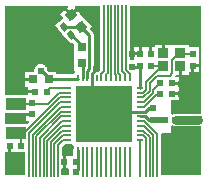
<source format=gtl>
G04 Layer_Physical_Order=1*
G04 Layer_Color=255*
%FSLAX24Y24*%
%MOIN*%
G70*
G01*
G75*
G04:AMPARAMS|DCode=10|XSize=31.5mil|YSize=29.5mil|CornerRadius=0mil|HoleSize=0mil|Usage=FLASHONLY|Rotation=40.000|XOffset=0mil|YOffset=0mil|HoleType=Round|Shape=Rectangle|*
%AMROTATEDRECTD10*
4,1,4,-0.0026,-0.0214,-0.0216,0.0012,0.0026,0.0214,0.0216,-0.0012,-0.0026,-0.0214,0.0*
%
%ADD10ROTATEDRECTD10*%

G04:AMPARAMS|DCode=11|XSize=19.7mil|YSize=25.6mil|CornerRadius=0mil|HoleSize=0mil|Usage=FLASHONLY|Rotation=40.000|XOffset=0mil|YOffset=0mil|HoleType=Round|Shape=Rectangle|*
%AMROTATEDRECTD11*
4,1,4,0.0007,-0.0161,-0.0158,0.0035,-0.0007,0.0161,0.0158,-0.0035,0.0007,-0.0161,0.0*
%
%ADD11ROTATEDRECTD11*%

%ADD12R,0.0315X0.0295*%
%ADD13R,0.0300X0.0300*%
%ADD14R,0.0197X0.0236*%
%ADD15R,0.0236X0.0197*%
%ADD16R,0.0709X0.0394*%
%ADD17R,0.0295X0.0315*%
%ADD18R,0.1850X0.1850*%
%ADD19O,0.0079X0.0256*%
%ADD20O,0.0256X0.0079*%
%ADD21R,0.0256X0.0197*%
%ADD22R,0.0374X0.0335*%
%ADD23C,0.0090*%
%ADD24C,0.0110*%
%ADD25C,0.0200*%
%ADD26C,0.0060*%
%ADD27C,0.0080*%
%ADD28C,0.0150*%
%ADD29C,0.0100*%
%ADD30C,0.0300*%
%ADD31C,0.0240*%
%ADD32C,0.0260*%
G36*
X-1025Y-1025D02*
X-1003Y-1075D01*
X-1004Y-1080D01*
X-1006Y-1102D01*
Y-1152D01*
X-1010Y-1168D01*
X-1012Y-1191D01*
Y-1412D01*
X-1267D01*
Y-1610D01*
Y-1808D01*
X-1181D01*
X-1164Y-1825D01*
X-1148Y-1858D01*
X-1153Y-1873D01*
X-1159Y-1901D01*
X-1160Y-1930D01*
X-1159Y-1959D01*
X-1153Y-1987D01*
X-1149Y-2000D01*
X-1167Y-2036D01*
X-1182Y-2050D01*
X-1398D01*
Y-1808D01*
X-1367D01*
Y-1610D01*
Y-1412D01*
X-1398D01*
Y-1096D01*
X-1305Y-1003D01*
X-1301Y-1004D01*
X-1280Y-1006D01*
X-1102D01*
X-1080Y-1004D01*
X-1075Y-1003D01*
X-1025Y-1025D01*
D02*
G37*
G36*
X-2578Y33D02*
X-2380D01*
Y-67D01*
X-2578D01*
Y-235D01*
X-2501D01*
X-2482Y-281D01*
X-2546Y-345D01*
X-3280D01*
Y45D01*
X-2578D01*
Y33D01*
D02*
G37*
G36*
X-3087Y-1258D02*
X-2620D01*
Y-2050D01*
X-3280D01*
Y-1258D01*
X-3187D01*
Y-1060D01*
X-3087D01*
Y-1258D01*
D02*
G37*
G36*
X2323Y-383D02*
X2348Y-391D01*
X2374Y-396D01*
X2400Y-398D01*
X3137D01*
X3144Y-397D01*
X3249D01*
Y-2050D01*
X1900D01*
Y-663D01*
X1944Y-630D01*
X2250D01*
Y-448D01*
X2251Y-398D01*
X2300Y-371D01*
X2323Y-383D01*
D02*
G37*
G36*
X-120Y1474D02*
X-171Y1424D01*
X-184Y1409D01*
X-193Y1412D01*
X-214Y1418D01*
X-236Y1419D01*
X-258Y1418D01*
X-279Y1412D01*
X-300Y1404D01*
X-308Y1399D01*
X-337Y1414D01*
X-346Y1427D01*
X-339Y1450D01*
X-334Y1472D01*
X-332Y1495D01*
Y2627D01*
X-334Y2650D01*
X-339Y2672D01*
X-348Y2693D01*
X-360Y2713D01*
X-375Y2730D01*
X-445Y2800D01*
X-443Y2850D01*
X-402Y2884D01*
X-712Y3253D01*
X-721Y3264D01*
X-744Y3291D01*
X-776Y3330D01*
X-871Y3443D01*
X-1068Y3277D01*
X-1101Y3316D01*
X-1139Y3283D01*
X-1298Y3473D01*
X-1457Y3340D01*
X-1338Y3198D01*
X-1618Y2962D01*
X-1378Y2676D01*
X-1085Y2327D01*
X-1037Y2367D01*
X-997Y2327D01*
Y1970D01*
X-997D01*
Y1934D01*
X-997D01*
Y1439D01*
X-969D01*
X-954Y1405D01*
X-953Y1389D01*
X-965Y1378D01*
X-979Y1362D01*
X-991Y1343D01*
X-998Y1327D01*
X-1587D01*
Y1407D01*
X-1820D01*
X-1879Y1467D01*
X-1880Y1476D01*
X-1885Y1505D01*
X-1895Y1532D01*
X-1908Y1558D01*
X-1924Y1582D01*
X-1943Y1604D01*
X-1964Y1623D01*
X-1988Y1639D01*
X-2014Y1651D01*
X-2041Y1661D01*
X-2070Y1666D01*
X-2098Y1668D01*
X-2127Y1666D01*
X-2155Y1661D01*
X-2183Y1651D01*
X-2209Y1639D01*
X-2233Y1623D01*
X-2254Y1604D01*
X-2273Y1582D01*
X-2289Y1558D01*
X-2302Y1532D01*
X-2311Y1505D01*
X-2317Y1476D01*
X-2319Y1448D01*
X-2363Y1407D01*
X-2613D01*
Y1200D01*
X-2366D01*
Y1100D01*
X-2613D01*
Y893D01*
X-2515D01*
Y790D01*
X-2297D01*
Y690D01*
X-2515D01*
Y639D01*
X-3280D01*
Y3610D01*
X-1208D01*
X-1191Y3563D01*
X-1221Y3537D01*
X-1094Y3386D01*
X-935Y3519D01*
X-973Y3564D01*
X-952Y3610D01*
X-120D01*
Y1474D01*
D02*
G37*
G36*
X3249Y3D02*
X3144D01*
X3137Y3D01*
X2400D01*
X2374Y1D01*
X2348Y-4D01*
X2323Y-12D01*
X2300Y-24D01*
X2258Y-5D01*
X2250Y3D01*
Y482D01*
X2495D01*
Y630D01*
X2277D01*
Y730D01*
X2495D01*
Y832D01*
X2495D01*
Y980D01*
X2277D01*
Y1080D01*
X2495D01*
Y1228D01*
X2403D01*
X2384Y1260D01*
X2380Y1273D01*
X2408Y1316D01*
X2505D01*
Y1584D01*
X2605D01*
Y1316D01*
X2842D01*
Y1395D01*
X2920D01*
Y1613D01*
X2970D01*
Y1663D01*
X3168D01*
Y1789D01*
Y2225D01*
X2842D01*
Y2304D01*
X2035D01*
Y2036D01*
X1935D01*
Y2304D01*
X1698D01*
Y2225D01*
X1620D01*
Y2007D01*
X1520D01*
Y2225D01*
X1270D01*
Y2007D01*
X1220D01*
Y1957D01*
X1022D01*
Y1837D01*
X1017Y1829D01*
X972Y1798D01*
X969Y1799D01*
X940Y1800D01*
X911Y1799D01*
X910Y1798D01*
X860Y1833D01*
Y3610D01*
X3249D01*
Y3D01*
D02*
G37*
%LPC*%
G36*
X1170Y2225D02*
X1022D01*
Y2057D01*
X1170D01*
Y2225D01*
D02*
G37*
G36*
X3168Y1563D02*
X3020D01*
Y1395D01*
X3168D01*
Y1563D01*
D02*
G37*
%LPD*%
D10*
X-759Y2908D02*
D03*
X-1101Y3316D02*
D03*
D11*
X-1320Y2915D02*
D03*
X-1080Y2629D02*
D03*
D12*
X-740Y1686D02*
D03*
Y2218D02*
D03*
D13*
X3137Y-197D02*
D03*
D14*
X-2380Y377D02*
D03*
Y-17D02*
D03*
X1220Y1613D02*
D03*
Y2007D02*
D03*
X1650Y197D02*
D03*
Y-197D02*
D03*
X1570Y1613D02*
D03*
Y2007D02*
D03*
X2970Y2007D02*
D03*
Y1613D02*
D03*
D15*
X-2743Y-1060D02*
D03*
X-3137D02*
D03*
X1883Y1030D02*
D03*
X2277D02*
D03*
X2277Y680D02*
D03*
X1883D02*
D03*
X-923Y-1610D02*
D03*
X-1317D02*
D03*
X-1903Y740D02*
D03*
X-2297D02*
D03*
D16*
X-2940Y-642D02*
D03*
Y342D02*
D03*
D17*
X-2366Y1150D02*
D03*
X-1834D02*
D03*
D18*
X0Y0D02*
D03*
D19*
X-866Y1191D02*
D03*
X-709D02*
D03*
X-551D02*
D03*
X-394D02*
D03*
X-236D02*
D03*
X-79D02*
D03*
X79D02*
D03*
X236D02*
D03*
X394D02*
D03*
X551D02*
D03*
X709D02*
D03*
X866D02*
D03*
Y-1191D02*
D03*
X709D02*
D03*
X551D02*
D03*
X394D02*
D03*
X236D02*
D03*
X79D02*
D03*
X-79D02*
D03*
X-236D02*
D03*
X-394D02*
D03*
X-551D02*
D03*
X-709D02*
D03*
X-866D02*
D03*
D20*
X1191Y866D02*
D03*
Y709D02*
D03*
Y551D02*
D03*
Y394D02*
D03*
Y236D02*
D03*
Y79D02*
D03*
Y-79D02*
D03*
Y-236D02*
D03*
Y-394D02*
D03*
Y-551D02*
D03*
Y-709D02*
D03*
Y-866D02*
D03*
X-1191D02*
D03*
Y-709D02*
D03*
Y-551D02*
D03*
Y-394D02*
D03*
Y-236D02*
D03*
Y-79D02*
D03*
Y79D02*
D03*
Y236D02*
D03*
Y394D02*
D03*
Y551D02*
D03*
Y709D02*
D03*
Y866D02*
D03*
D21*
X2397Y-200D02*
D03*
X2023D02*
D03*
D22*
X2555Y1584D02*
D03*
Y2036D02*
D03*
X1985D02*
D03*
Y1584D02*
D03*
D23*
X-320Y1420D02*
Y1590D01*
X-394Y1346D02*
X-320Y1420D01*
X-394Y1191D02*
Y1346D01*
X-1320Y2915D02*
X-766D01*
X-709Y1203D02*
Y1655D01*
X-551Y1203D02*
Y1421D01*
X-759Y2908D02*
X-478Y2627D01*
Y1495D02*
Y2627D01*
X-551Y1421D02*
X-478Y1495D01*
X243Y80D02*
X1378D01*
X1491Y193D02*
X1653D01*
X1378Y80D02*
X1491Y193D01*
X1500Y-201D02*
X1653D01*
X1378Y-79D02*
X1500Y-201D01*
X1191Y-79D02*
X1378D01*
X-1833Y1215D02*
X-1799Y1181D01*
X-2066Y1448D02*
X-1833Y1215D01*
X-1799Y1181D02*
X-870D01*
X-2098Y1448D02*
X-2066D01*
X-866Y-1856D02*
Y-1191D01*
X-940Y-1930D02*
X-866Y-1856D01*
X-394Y866D02*
Y1191D01*
D24*
X-740Y2218D02*
Y2289D01*
X-1080Y2629D02*
X-740Y2289D01*
D25*
X1650Y-199D02*
X2003D01*
D26*
X-1844Y342D02*
X-1477Y709D01*
X-2940Y342D02*
X-1844D01*
X-2940Y-642D02*
X-2743Y-839D01*
Y-1060D02*
Y-839D01*
X-2940Y-642D02*
X-2658D01*
X-1649Y-2058D02*
Y-992D01*
X-1889Y-2058D02*
Y-893D01*
X-1769Y-2058D02*
Y-943D01*
X-2250Y-2058D02*
Y-744D01*
X-2009Y-2058D02*
Y-843D01*
X-2129Y-2058D02*
Y-794D01*
X-2370Y-2058D02*
Y-694D01*
X-2490Y-2058D02*
Y-644D01*
X-1529Y-2058D02*
Y-1042D01*
X-1353Y-866D01*
X-1191D01*
X-551Y-2060D02*
Y-1191D01*
X-79Y-2060D02*
Y-1191D01*
X79Y-2060D02*
Y-1191D01*
X236Y-2060D02*
Y-1191D01*
X394Y-2060D02*
Y-1191D01*
X551Y-2060D02*
Y-1191D01*
X709Y-2060D02*
Y-1191D01*
X1550Y1613D02*
X1927D01*
X2005Y1534D01*
X866Y1191D02*
Y1336D01*
X730Y1472D02*
Y3620D01*
Y1472D02*
X866Y1336D01*
X709Y1191D02*
Y1324D01*
X610Y1423D02*
Y3620D01*
Y1423D02*
X709Y1324D01*
X551Y1191D02*
Y1312D01*
X490Y1373D02*
Y3620D01*
Y1373D02*
X551Y1312D01*
X394Y1191D02*
Y1299D01*
X370Y1323D02*
Y3620D01*
Y1323D02*
X394Y1299D01*
X236Y1307D02*
X250Y1321D01*
X236Y1191D02*
Y1307D01*
X250Y1321D02*
Y3620D01*
X130Y1371D02*
Y3620D01*
X79Y1319D02*
X130Y1371D01*
X79Y1191D02*
Y1319D01*
X10Y1420D02*
Y3620D01*
X-79Y1332D02*
X10Y1420D01*
X-79Y1191D02*
Y1332D01*
X1529Y762D02*
Y1025D01*
X1650Y-2060D02*
Y-713D01*
X1191Y-551D02*
X1319D01*
X1529Y-2060D02*
Y-762D01*
X866Y-2060D02*
Y-1191D01*
X1343Y236D02*
X1787Y680D01*
X1191Y236D02*
X1343D01*
X1650Y713D02*
X1650Y812D01*
X1331Y394D02*
X1650Y713D01*
X1191Y394D02*
X1331D01*
X1319Y551D02*
X1529Y762D01*
X1191Y551D02*
X1319D01*
X1305Y709D02*
X1409Y813D01*
X1191Y709D02*
X1305D01*
X1787Y680D02*
X1890D01*
X1650Y812D02*
X1841Y1002D01*
X1770Y-2060D02*
Y-663D01*
X1191Y-394D02*
X1331D01*
X1191Y-236D02*
X1343D01*
X-394Y-2060D02*
Y-1191D01*
X-236Y-2060D02*
Y-1191D01*
X-709Y-2060D02*
Y-1191D01*
X1343Y-236D02*
X1770Y-663D01*
X1331Y-394D02*
X1650Y-713D01*
X1319Y-551D02*
X1529Y-762D01*
X-1389Y-394D02*
X-1191D01*
X-1889Y-893D02*
X-1389Y-394D01*
X-1401Y-236D02*
X-1191D01*
X-2009Y-843D02*
X-1401Y-236D01*
X-1365Y-709D02*
X-1191D01*
X-1649Y-992D02*
X-1365Y-709D01*
X-1377Y-551D02*
X-1191D01*
X-1769Y-943D02*
X-1377Y-551D01*
X-1414Y-79D02*
X-1191D01*
X-2129Y-794D02*
X-1414Y-79D01*
X-1427Y79D02*
X-1191D01*
X-2250Y-744D02*
X-1427Y79D01*
X-1440Y236D02*
X-1191D01*
X-2370Y-694D02*
X-1440Y236D01*
X-1452Y394D02*
X-1191D01*
X-2490Y-644D02*
X-1452Y394D01*
X-1465Y551D02*
X-1191D01*
X-2658Y-642D02*
X-1465Y551D01*
X-1477Y709D02*
X-1191D01*
X1191Y-2060D02*
Y-866D01*
X1409Y-2060D02*
Y-813D01*
X1305Y-709D02*
X1409Y-813D01*
X1191Y-709D02*
X1305D01*
X2487Y2007D02*
X2970D01*
X2270Y1350D02*
Y1790D01*
X2487Y2007D01*
X1894Y1560D02*
X1980D01*
X1409Y813D02*
Y1074D01*
X1894Y1560D01*
X1529Y1025D02*
X1784Y1280D01*
X2200D01*
X2270Y1350D01*
D27*
X-1902Y748D02*
X-1783Y866D01*
X-1191D01*
D28*
X-1833Y1148D02*
Y1215D01*
X-969Y-1930D02*
X-940D01*
D29*
X947Y1573D02*
X1220D01*
X940Y1580D02*
X947Y1573D01*
X1220Y895D02*
Y1573D01*
X1191Y866D02*
X1220Y895D01*
D30*
X2400Y-197D02*
X3137D01*
D31*
X3130Y3490D02*
D03*
X980D02*
D03*
X-1150Y1560D02*
D03*
X-3160Y3490D02*
D03*
X-1530D02*
D03*
X-240D02*
D03*
X-2790Y-80D02*
D03*
X-3160Y-1380D02*
D03*
Y-1930D02*
D03*
X3130Y-1890D02*
D03*
X2030D02*
D03*
X3130Y-530D02*
D03*
X2400D02*
D03*
X3130Y140D02*
D03*
X2950Y1280D02*
D03*
X1940Y2410D02*
D03*
X3130Y2920D02*
D03*
X940Y2010D02*
D03*
X1550Y2340D02*
D03*
X1220D02*
D03*
X980Y2920D02*
D03*
X-270D02*
D03*
X-3160Y1490D02*
D03*
X-2070Y1790D02*
D03*
X-3160Y2920D02*
D03*
X-2098Y1448D02*
D03*
X-2720Y1150D02*
D03*
X940Y1580D02*
D03*
X-1310Y-1940D02*
D03*
X2750Y-940D02*
D03*
X-940Y-1930D02*
D03*
X-1180Y-1181D02*
D03*
X-2620Y750D02*
D03*
X2590Y680D02*
D03*
Y1010D02*
D03*
X-2130Y2920D02*
D03*
X2372Y138D02*
D03*
X-240Y1590D02*
D03*
D32*
X709Y-709D02*
D03*
X236D02*
D03*
X-236D02*
D03*
X-709D02*
D03*
X709Y-236D02*
D03*
X236D02*
D03*
X-236D02*
D03*
X-709D02*
D03*
X709Y236D02*
D03*
X236D02*
D03*
X-236D02*
D03*
X-709D02*
D03*
X709Y709D02*
D03*
X236D02*
D03*
X-236D02*
D03*
X-709D02*
D03*
M02*

</source>
